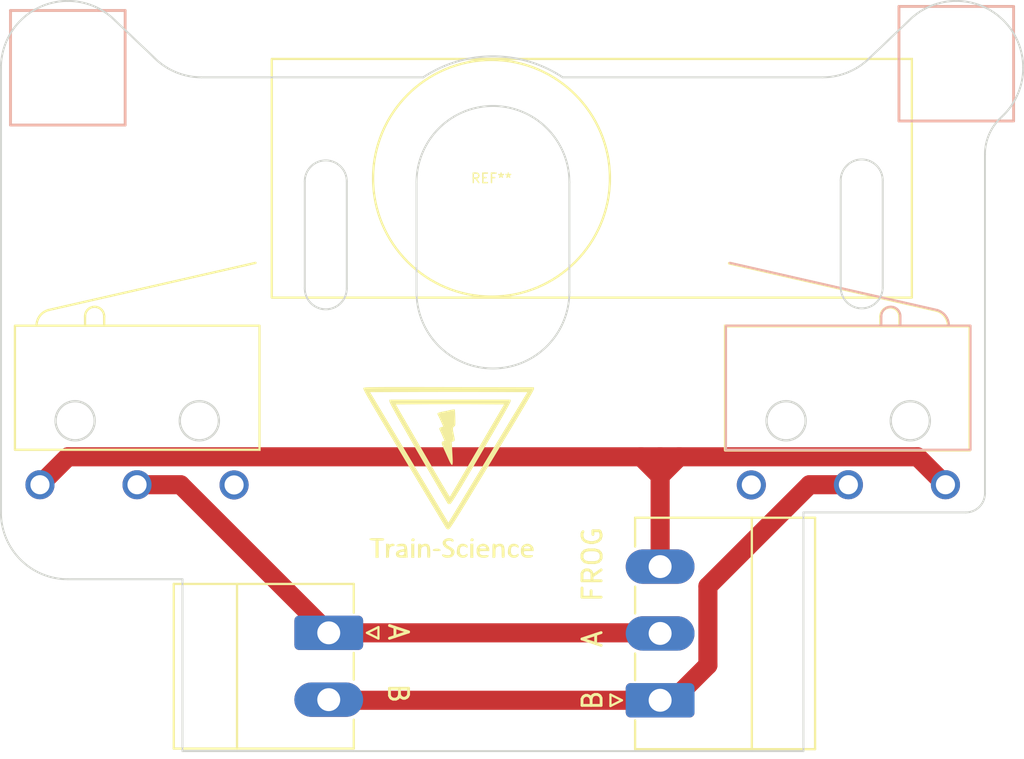
<source format=kicad_pcb>
(kicad_pcb (version 20221018) (generator pcbnew)
  (layers (0 "F.Cu" signal) (31 "B.Cu" signal) (34 "B.Paste" user) (35 "F.Paste" user) (36 "B.SilkS" user "B.Silkscreen") (37 "F.SilkS" user "F.Silkscreen") (38 "B.Mask" user) (39 "F.Mask" user) (44 "Edge.Cuts" user))
  (net 0 "")
  (net 1 "/B")
  (net 2 "/COM")
  (net 3 "/A")
  (footprint "Connector_Phoenix_MC:PhoenixContact_MC_1,5_3-G-3.5_1x03_P3.50mm_Horizontal" (layer "F.Cu") (at 136.5 99.338 90)
    (fp_text reference "J1" hide)
    (fp_text value "Screw_Terminal_01x03")
    (fp_line (start -2.56 -1.31) (end -2.56 8.11) (stroke (width 0.12)) (layer "F.SilkS"))
    (fp_line (start -2.56 -1.31) (end -1.05 -1.31) (stroke (width 0.12)) (layer "F.SilkS"))
    (fp_line (start -2.56 4.8) (end 9.56 4.8) (stroke (width 0.12)) (layer "F.SilkS"))
    (fp_line (start -2.56 8.11) (end 9.56 8.11) (stroke (width 0.12)) (layer "F.SilkS"))
    (fp_line (start -0.3 -2.6) (end 0.3 -2.6) (stroke (width 0.12)) (layer "F.SilkS"))
    (fp_line (start 0 -2) (end -0.3 -2.6) (stroke (width 0.12)) (layer "F.SilkS"))
    (fp_line (start 0.3 -2.6) (end 0 -2) (stroke (width 0.12)) (layer "F.SilkS"))
    (fp_line (start 1.05 -1.31) (end 2.45 -1.31) (stroke (width 0.12)) (layer "F.SilkS"))
    (fp_line (start 4.55 -1.31) (end 5.95 -1.31) (stroke (width 0.12)) (layer "F.SilkS"))
    (fp_line (start 9.56 -1.31) (end 8.05 -1.31) (stroke (width 0.12)) (layer "F.SilkS"))
    (fp_line (start 9.56 8.11) (end 9.56 -1.31) (stroke (width 0.12)) (layer "F.SilkS"))
    (pad "1" thru_hole roundrect (at 0 0 90) (size 1.8 3.6) (drill 1.2) (layers "*.Cu" "*.Mask") (roundrect_rratio 0.1388888889) (net 1 "/B"))
    (pad "2" thru_hole oval (at 3.5 0 90) (size 1.8 3.6) (drill 1.2) (layers "*.Cu" "*.Mask") (net 3 "/A"))
    (pad "3" thru_hole oval (at 7 0 90) (size 1.8 3.6) (drill 1.2) (layers "*.Cu" "*.Mask") (net 2 "/COM"))
  )
  (footprint "custom_kicad_lib_sk:mg90s" (layer "F.Cu") (at 127.674 72.5)
    (fp_text reference "REF**" (at 0 -0.5 unlocked) (layer "F.SilkS") (effects (font (size 0.5 0.5) (thickness 0.075))))
    (fp_text value "mg90s")
    (fp_rect (start 22 -6.75) (end -11.5 5.75) (stroke (width 0.12)) (fill none) (layer "F.SilkS"))
    (fp_circle (center 0 -0.5) (end 6.1 0.6) (stroke (width 0.12)) (fill none) (layer "F.SilkS"))
  )
  (footprint "MountingHole:MountingHole_3.2mm_M3" (layer "F.Cu") (at 152 66.213)
    (fp_text reference "REF**" hide)
    (fp_text value "MountingHole_3.2mm_M3")
    (pad "" np_thru_hole circle (at 0 0) (size 3.2 3.2) (drill 3.2) (layers "*.Cu" "*.Mask"))
  )
  (footprint "MountingHole:MountingHole_3.2mm_M3" (layer "F.Cu") (at 105.5 66.213)
    (fp_text reference "REF**" hide)
    (fp_text value "MountingHole_3.2mm_M3")
    (pad "" np_thru_hole circle (at 0 0) (size 3.2 3.2) (drill 3.2) (layers "F&B.Cu" "*.Mask"))
  )
  (footprint "custom_kicad_lib_sk:limitSwitch" (layer "F.Cu") (at 109.122 87.5)
    (fp_text reference "SW502" hide)
    (fp_text value "SW_SPDT" hide)
    (fp_line (start -2.720099 -8.269901) (end -2.72 -7.78) (stroke (width 0.12)) (layer "F.SilkS"))
    (fp_line (start -1.719901 -8.269901) (end -1.72 -7.78) (stroke (width 0.12)) (layer "F.SilkS"))
    (fp_line (start 6.2 -11.07) (end -4.647619 -8.596171) (stroke (width 0.12)) (layer "F.SilkS"))
    (fp_rect (start 6.41 -1.28) (end -6.39 -7.78) (stroke (width 0.12)) (fill none) (layer "F.SilkS"))
    (fp_arc (start -5.259999 -7.79) (mid -5.086909 -8.294191) (end -4.647619 -8.596171) (stroke (width 0.12)) (layer "F.SilkS"))
    (fp_arc (start -2.720099 -8.269901) (mid -2.22 -8.77) (end -1.719901 -8.269901) (stroke (width 0.12)) (layer "F.SilkS"))
    (fp_circle (center -3.24 -2.8) (end -2.215 -2.8) (stroke (width 0.12)) (fill none) (layer "Edge.Cuts"))
    (fp_circle (center 3.26 -2.8) (end 4.285 -2.8) (stroke (width 0.12)) (fill none) (layer "Edge.Cuts"))
    (pad "1" thru_hole circle (at 5.08 0.56) (size 1.524 1.524) (drill 1) (layers "*.Cu" "*.Mask"))
    (pad "2" thru_hole circle (at -5.08 0.55) (size 1.524 1.524) (drill 1) (layers "*.Cu" "*.Mask") (net 2 "/COM"))
    (pad "3" thru_hole circle (at 0 0.55) (size 1.524 1.524) (drill 1) (layers "*.Cu" "*.Mask") (net 3 "/A"))
  )
  (footprint "Connector_Phoenix_MC:PhoenixContact_MC_1,5_2-G-3.5_1x02_P3.50mm_Horizontal" (layer "F.Cu") (at 119.156 95.806 -90)
    (fp_text reference "J2" hide)
    (fp_text value "Screw_Terminal_01x02")
    (fp_line (start -2.56 -1.31) (end -2.56 8.11) (stroke (width 0.12)) (layer "F.SilkS"))
    (fp_line (start -2.56 -1.31) (end -1.05 -1.31) (stroke (width 0.12)) (layer "F.SilkS"))
    (fp_line (start -2.56 4.8) (end 6.06 4.8) (stroke (width 0.12)) (layer "F.SilkS"))
    (fp_line (start -2.56 8.11) (end 6.06 8.11) (stroke (width 0.12)) (layer "F.SilkS"))
    (fp_line (start -0.3 -2.6) (end 0.3 -2.6) (stroke (width 0.12)) (layer "F.SilkS"))
    (fp_line (start 0 -2) (end -0.3 -2.6) (stroke (width 0.12)) (layer "F.SilkS"))
    (fp_line (start 0.3 -2.6) (end 0 -2) (stroke (width 0.12)) (layer "F.SilkS"))
    (fp_line (start 1.05 -1.31) (end 2.45 -1.31) (stroke (width 0.12)) (layer "F.SilkS"))
    (fp_line (start 6.06 -1.31) (end 4.55 -1.31) (stroke (width 0.12)) (layer "F.SilkS"))
    (fp_line (start 6.06 8.11) (end 6.06 -1.31) (stroke (width 0.12)) (layer "F.SilkS"))
    (pad "1" thru_hole roundrect (at 0 0 270) (size 1.8 3.6) (drill 1.2) (layers "*.Cu" "*.Mask") (roundrect_rratio 0.1388888889) (net 3 "/A"))
    (pad "2" thru_hole oval (at 3.5 0 270) (size 1.8 3.6) (drill 1.2) (layers "*.Cu" "*.Mask") (net 1 "/B"))
  )
  (footprint "custom_kicad_lib_sk:Train-Science logo small" (layer "F.Cu") (at 125.5 87.5)
    (fp_text reference "G***" hide)
    (fp_text value "LOGO" hide)
    (fp_poly (pts (xy -1.867174 4.3782) (xy -2.028137 4.3782) (xy -2.028137 3.637769) (xy -1.867174 3.637769)) (fill solid) (layer "F.SilkS"))
    (fp_poly (pts (xy 1.223321 4.3782) (xy 1.062357 4.3782) (xy 1.062357 3.637769) (xy 1.223321 3.637769)) (fill solid) (layer "F.SilkS"))
    (fp_poly (pts (xy -1.879051 3.365565) (xy -1.85507 3.397528) (xy -1.848957 3.467248) (xy -1.897497 3.5033) (xy -1.951794 3.508999) (xy -2.01104 3.497959) (xy -2.024208 3.453786) (xy -2.022328 3.436565) (xy -1.991057 3.378361) (xy -1.934811 3.352714)) (fill solid) (layer "F.SilkS"))
    (fp_poly (pts (xy 1.211443 3.365565) (xy 1.235424 3.397528) (xy 1.241537 3.467248) (xy 1.192998 3.5033) (xy 1.1387 3.508999) (xy 1.079454 3.497959) (xy 1.066286 3.453786) (xy 1.068167 3.436565) (xy 1.099438 3.378361) (xy 1.155683 3.352714)) (fill solid) (layer "F.SilkS"))
    (fp_poly (pts (xy -0.612737 3.9006) (xy -0.533283 3.922266) (xy -0.490713 3.961014) (xy -0.488845 3.967744) (xy -0.490951 3.998166) (xy -0.520453 4.01526) (xy -0.590351 4.022672) (xy -0.689781 4.024081) (xy -0.808268 4.020841) (xy -0.874379 4.009353) (xy -0.899883 3.986965) (xy -0.901394 3.976406) (xy -0.873403 3.933919) (xy -0.802697 3.906845) (xy -0.709175 3.895599)) (fill solid) (layer "F.SilkS"))
    (fp_poly (pts (xy -3.669632 3.34866) (xy -3.559722 3.351709) (xy -3.492918 3.358945) (xy -3.458582 3.372129) (xy -3.446076 3.393024) (xy -3.444613 3.412421) (xy -3.454092 3.452657) (xy -3.493451 3.471683) (xy -3.579073 3.476782) (xy -3.58948 3.476806) (xy -3.734347 3.476806) (xy -3.734347 4.3782) (xy -3.89531 4.3782) (xy -3.89531 3.480334) (xy -4.047936 3.470522) (xy -4.148526 3.457408) (xy -4.198923 3.431105) (xy -4.21126 3.404373) (xy -4.210399 3.380588) (xy -4.190335 3.364589) (xy -4.140901 3.354863) (xy -4.051928 3.349892) (xy -3.91325 3.348161) (xy -3.833286 3.348036)) (fill solid) (layer "F.SilkS"))
    (fp_poly (pts (xy -3.20706 3.649174) (xy -3.187072 3.671095) (xy -3.167366 3.687977) (xy -3.124803 3.671095) (xy -3.032476 3.639196) (xy -2.952967 3.641074) (xy -2.904379 3.674259) (xy -2.897338 3.702155) (xy -2.912873 3.749633) (xy -2.970283 3.766013) (xy -2.992091 3.76654) (xy -3.08017 3.784752) (xy -3.139695 3.843818) (xy -3.1741 3.950385) (xy -3.18682 4.1111) (xy -3.187072 4.143919) (xy -3.188151 4.264488) (xy -3.194538 4.33444) (xy -3.210963 4.367539) (xy -3.242154 4.377549) (xy -3.267554 4.3782) (xy -3.348035 4.3782) (xy -3.348035 3.637769) (xy -3.267554 3.637769)) (fill solid) (layer "F.SilkS"))
    (fp_poly (pts (xy 3.456146 3.654371) (xy 3.543105 3.697368) (xy 3.592791 3.756548) (xy 3.594178 3.814197) (xy 3.572895 3.852981) (xy 3.542199 3.843557) (xy 3.513841 3.819211) (xy 3.424501 3.7745) (xy 3.322943 3.773442) (xy 3.238538 3.81626) (xy 3.237661 3.817129) (xy 3.201357 3.890078) (xy 3.187495 3.994878) (xy 3.196074 4.103032) (xy 3.227095 4.186043) (xy 3.237661 4.198841) (xy 3.321639 4.242246) (xy 3.423161 4.241772) (xy 3.512857 4.197642) (xy 3.513841 4.196759) (xy 3.559116 4.162129) (xy 3.582547 4.174932) (xy 3.594178 4.201773) (xy 3.589623 4.267108) (xy 3.534669 4.324764) (xy 3.443265 4.364981) (xy 3.341993 4.3782) (xy 3.23693 4.364144) (xy 3.150524 4.312169) (xy 3.116435 4.280323) (xy 3.06227 4.220957) (xy 3.03476 4.166703) (xy 3.027277 4.094215) (xy 3.032787 3.985733) (xy 3.063239 3.823108) (xy 3.128926 3.713042) (xy 3.232557 3.652527) (xy 3.346264 3.637769)) (fill solid) (layer "F.SilkS"))
    (fp_poly (pts (xy 0.784156 3.654371) (xy 0.871115 3.697368) (xy 0.920801 3.756548) (xy 0.922188 3.814197) (xy 0.900905 3.852981) (xy 0.870209 3.843557) (xy 0.841851 3.819211) (xy 0.752511 3.7745) (xy 0.650954 3.773442) (xy 0.566548 3.81626) (xy 0.565671 3.817129) (xy 0.529974 3.888454) (xy 0.515171 3.998249) (xy 0.515082 4.007985) (xy 0.527932 4.119813) (xy 0.562192 4.195116) (xy 0.565671 4.198841) (xy 0.649649 4.242246) (xy 0.751171 4.241772) (xy 0.840868 4.197642) (xy 0.841851 4.196759) (xy 0.887126 4.162129) (xy 0.910558 4.174932) (xy 0.922188 4.201773) (xy 0.917633 4.267108) (xy 0.862679 4.324764) (xy 0.771275 4.364981) (xy 0.670003 4.3782) (xy 0.56494 4.364144) (xy 0.478534 4.312169) (xy 0.444446 4.280323) (xy 0.39028 4.220957) (xy 0.36277 4.166703) (xy 0.355287 4.094215) (xy 0.360798 3.985733) (xy 0.391249 3.823108) (xy 0.456936 3.713042) (xy 0.560567 3.652527) (xy 0.674274 3.637769)) (fill solid) (layer "F.SilkS"))
    (fp_poly (pts (xy -2.40532 3.645768) (xy -2.326525 3.67613) (xy -2.275297 3.738404) (xy -2.245189 3.842138) (xy -2.22975 3.996881) (xy -2.226439 4.069661) (xy -2.215488 4.366149) (xy -2.45432 4.371021) (xy -2.611055 4.367821) (xy -2.715337 4.349617) (xy -2.763052 4.326932) (xy -2.817997 4.253657) (xy -2.8318 4.157537) (xy -2.826579 4.141434) (xy -2.663371 4.141434) (xy -2.661178 4.198977) (xy -2.617211 4.235887) (xy -2.541587 4.248708) (xy -2.462907 4.236034) (xy -2.420887 4.210799) (xy -2.387663 4.147033) (xy -2.382256 4.110009) (xy -2.391113 4.070273) (xy -2.429399 4.05887) (xy -2.5002 4.066989) (xy -2.611613 4.096669) (xy -2.663371 4.141434) (xy -2.826579 4.141434) (xy -2.80241 4.066887) (xy -2.783578 4.04369) (xy -2.714915 4.000608) (xy -2.611053 3.960717) (xy -2.500848 3.933723) (xy -2.438593 3.927683) (xy -2.39073 3.905832) (xy -2.389171 3.848663) (xy -2.411779 3.801951) (xy -2.44845 3.775964) (xy -2.522247 3.768689) (xy -2.620538 3.77548) (xy -2.726931 3.782973) (xy -2.782746 3.776184) (xy -2.800575 3.753278) (xy -2.80076 3.74925) (xy -2.770723 3.693209) (xy -2.685633 3.655257) (xy -2.553023 3.638364) (xy -2.518132 3.637769)) (fill solid) (layer "F.SilkS"))
    (fp_poly (pts (xy 0.08045 3.363771) (xy 0.163476 3.40824) (xy 0.193154 3.477335) (xy 0.193156 3.477939) (xy 0.170182 3.528914) (xy 0.121334 3.539789) (xy 0.080482 3.508999) (xy 0.032611 3.483439) (xy -0.047363 3.477888) (xy -0.130866 3.490818) (xy -0.189325 3.520703) (xy -0.191874 3.52355) (xy -0.21804 3.596183) (xy -0.180966 3.673245) (xy -0.081544 3.753443) (xy -0.004028 3.796699) (xy 0.136108 3.882305) (xy 0.216714 3.971193) (xy 0.24249 4.071135) (xy 0.223825 4.173564) (xy 0.164082 4.275535) (xy 0.095495 4.330471) (xy -0.018443 4.366535) (xy -0.150995 4.376193) (xy -0.274362 4.359597) (xy -0.346956 4.328086) (xy -0.40363 4.272052) (xy -0.419312 4.22251) (xy -0.394108 4.195068) (xy -0.346071 4.199064) (xy -0.197064 4.233359) (xy -0.075009 4.242002) (xy 0.005829 4.224264) (xy 0.015788 4.217493) (xy 0.061853 4.14537) (xy 0.055341 4.062595) (xy 0.002818 3.983964) (xy -0.089151 3.924271) (xy -0.119083 3.913566) (xy -0.188092 3.877866) (xy -0.269912 3.816568) (xy -0.288095 3.800264) (xy -0.365715 3.694707) (xy -0.385703 3.587357) (xy -0.353625 3.488715) (xy -0.27505 3.409279) (xy -0.155545 3.359551) (xy -0.048289 3.348036)) (fill solid) (layer "F.SilkS"))
    (fp_poly (pts (xy -1.179743 3.652213) (xy -1.106639 3.700519) (xy -1.060135 3.79015) (xy -1.036075 3.928568) (xy -1.030165 4.092808) (xy -1.03083 4.228722) (xy -1.035174 4.312734) (xy -1.046716 4.357328) (xy -1.068976 4.374987) (xy -1.105476 4.378194) (xy -1.110646 4.3782) (xy -1.150723 4.375415) (xy -1.174641 4.358257) (xy -1.186568 4.313522) (xy -1.190674 4.228007) (xy -1.191128 4.123292) (xy -1.193501 3.995739) (xy -1.199781 3.889366) (xy -1.208712 3.82384) (xy -1.210669 3.817462) (xy -1.256725 3.775444) (xy -1.33462 3.771399) (xy -1.424149 3.805399) (xy -1.441506 3.816654) (xy -1.477783 3.84892) (xy -1.499291 3.893461) (xy -1.50977 3.966262) (xy -1.512958 4.083304) (xy -1.513054 4.122485) (xy -1.513927 4.249664) (xy -1.519311 4.325642) (xy -1.533355 4.363601) (xy -1.560209 4.376724) (xy -1.593536 4.3782) (xy -1.674018 4.3782) (xy -1.674018 4.007985) (xy -1.67363 3.849262) (xy -1.670933 3.743962) (xy -1.663621 3.681124) (xy -1.649392 3.649787) (xy -1.625943 3.638988) (xy -1.596219 3.637769) (xy -1.53075 3.652507) (xy -1.503665 3.67801) (xy -1.482168 3.702107) (xy -1.446255 3.67801) (xy -1.387205 3.651219) (xy -1.298048 3.63805) (xy -1.283604 3.637769)) (fill solid) (layer "F.SilkS"))
    (fp_poly (pts (xy 1.874086 3.665419) (xy 1.97554 3.737669) (xy 2.042702 3.838471) (xy 2.06033 3.925027) (xy 2.06033 4.024081) (xy 1.802788 4.024081) (xy 1.674253 4.025517) (xy 1.597198 4.031892) (xy 1.558746 4.046313) (xy 1.54602 4.071882) (xy 1.545247 4.086167) (xy 1.568914 4.17496) (xy 1.641552 4.227168) (xy 1.76562 4.244072) (xy 1.841189 4.240295) (xy 1.949653 4.233706) (xy 2.007504 4.2403) (xy 2.027535 4.262067) (xy 2.028137 4.269376) (xy 1.999657 4.321331) (xy 1.925454 4.357024) (xy 1.822384 4.375338) (xy 1.707304 4.375154) (xy 1.597069 4.355354) (xy 1.508536 4.31482) (xy 1.495586 4.304705) (xy 1.430456 4.223779) (xy 1.397139 4.110586) (xy 1.393087 4.07989) (xy 1.397067 3.908) (xy 1.412373 3.869557) (xy 1.545247 3.869557) (xy 1.574363 3.883662) (xy 1.649466 3.893017) (xy 1.722307 3.895311) (xy 1.819283 3.891076) (xy 1.883595 3.880152) (xy 1.899366 3.869557) (xy 1.87055 3.814477) (xy 1.797044 3.776712) (xy 1.722307 3.76654) (xy 1.627639 3.783306) (xy 1.562731 3.826073) (xy 1.545247 3.869557) (xy 1.412373 3.869557) (xy 1.449928 3.775233) (xy 1.548716 3.685192) (xy 1.690478 3.641482) (xy 1.755377 3.637769)) (fill solid) (layer "F.SilkS"))
    (fp_poly (pts (xy 2.715567 3.652213) (xy 2.788671 3.700519) (xy 2.835175 3.79015) (xy 2.859236 3.928568) (xy 2.865146 4.092808) (xy 2.86448 4.228722) (xy 2.860137 4.312734) (xy 2.848595 4.357328) (xy 2.826334 4.374987) (xy 2.789834 4.378194) (xy 2.784664 4.3782) (xy 2.744587 4.375415) (xy 2.72067 4.358257) (xy 2.708742 4.313522) (xy 2.704637 4.228007) (xy 2.704183 4.123292) (xy 2.70181 3.995739) (xy 2.69553 3.889366) (xy 2.686599 3.82384) (xy 2.684642 3.817462) (xy 2.638586 3.775444) (xy 2.56069 3.771399) (xy 2.471162 3.805399) (xy 2.453804 3.816654) (xy 2.417528 3.84892) (xy 2.396019 3.893461) (xy 2.385541 3.966262) (xy 2.382352 4.083304) (xy 2.382256 4.122485) (xy 2.381383 4.249664) (xy 2.375999 4.325642) (xy 2.361955 4.363601) (xy 2.335101 4.376724) (xy 2.301774 4.3782) (xy 2.221293 4.3782) (xy 2.221293 4.007985) (xy 2.22168 3.849262) (xy 2.224378 3.743962) (xy 2.231689 3.681124) (xy 2.245918 3.649787) (xy 2.269368 3.638988) (xy 2.299092 3.637769) (xy 2.364561 3.652507) (xy 2.391646 3.67801) (xy 2.413142 3.702107) (xy 2.449056 3.67801) (xy 2.508105 3.651219) (xy 2.597263 3.63805) (xy 2.611707 3.637769)) (fill solid) (layer "F.SilkS"))
    (fp_poly (pts (xy 4.191957 3.665419) (xy 4.293411 3.737669) (xy 4.360573 3.838471) (xy 4.3782 3.925027) (xy 4.3782 4.024081) (xy 4.120659 4.024081) (xy 3.992123 4.025517) (xy 3.915069 4.031892) (xy 3.876617 4.046313) (xy 3.86389 4.071882) (xy 3.863118 4.086167) (xy 3.886785 4.17496) (xy 3.959423 4.227168) (xy 4.083491 4.244072) (xy 4.15906 4.240295) (xy 4.267524 4.233706) (xy 4.325375 4.2403) (xy 4.345405 4.262067) (xy 4.346008 4.269376) (xy 4.317527 4.321331) (xy 4.243324 4.357024) (xy 4.140255 4.375338) (xy 4.025174 4.375154) (xy 3.91494 4.355354) (xy 3.826407 4.31482) (xy 3.813457 4.304705) (xy 3.748327 4.223779) (xy 3.71501 4.110586) (xy 3.710957 4.07989) (xy 3.714938 3.908) (xy 3.730244 3.869557) (xy 3.863118 3.869557) (xy 3.892233 3.883662) (xy 3.967337 3.893017) (xy 4.040178 3.895311) (xy 4.137154 3.891076) (xy 4.201466 3.880152) (xy 4.217237 3.869557) (xy 4.188421 3.814477) (xy 4.114915 3.776712) (xy 4.040178 3.76654) (xy 3.945509 3.783306) (xy 3.880602 3.826073) (xy 3.863118 3.869557) (xy 3.730244 3.869557) (xy 3.767799 3.775233) (xy 3.866587 3.685192) (xy 4.008349 3.641482) (xy 4.073248 3.637769)) (fill solid) (layer "F.SilkS"))
    (fp_poly (pts (xy 0.250482 -3.398018) (xy 0.258312 -3.360431) (xy 0.266207 -3.271171) (xy 0.273323 -3.142944) (xy 0.278815 -2.988455) (xy 0.279494 -2.961822) (xy 0.283147 -2.79102) (xy 0.28333 -2.672993) (xy 0.27842 -2.596159) (xy 0.266793 -2.548934) (xy 0.246824 -2.519735) (xy 0.216889 -2.496979) (xy 0.214047 -2.495112) (xy 0.177374 -2.463714) (xy 0.157846 -2.420729) (xy 0.155167 -2.353836) (xy 0.169042 -2.250716) (xy 0.199173 -2.099046) (xy 0.20399 -2.076426) (xy 0.234196 -1.927607) (xy 0.248081 -1.829473) (xy 0.244797 -1.770209) (xy 0.223496 -1.738003) (xy 0.183328 -1.721039) (xy 0.178383 -1.719762) (xy 0.093995 -1.698582) (xy 0.113104 -1.340229) (xy 0.122361 -1.168329) (xy 0.13182 -0.9955) (xy 0.140114 -0.846597) (xy 0.144094 -0.776804) (xy 0.147732 -0.616402) (xy 0.136399 -0.518612) (xy 0.110043 -0.48341) (xy 0.068612 -0.510774) (xy 0.012053 -0.600683) (xy -0.036281 -0.70019) (xy -0.094889 -0.829583) (xy -0.151819 -0.955614) (xy -0.192615 -1.046261) (xy -0.235959 -1.142058) (xy -0.293724 -1.268625) (xy -0.352412 -1.396402) (xy -0.410483 -1.535855) (xy -0.432862 -1.630868) (xy -0.419591 -1.690556) (xy -0.370712 -1.724039) (xy -0.353957 -1.729118) (xy -0.302087 -1.746117) (xy -0.289734 -1.754248) (xy -0.301976 -1.787815) (xy -0.333966 -1.863803) (xy -0.378601 -1.966115) (xy -0.428778 -2.078653) (xy -0.477393 -2.185319) (xy -0.517132 -2.269582) (xy -0.553917 -2.350924) (xy -0.561542 -2.396199) (xy -0.540994 -2.426228) (xy -0.525165 -2.438593) (xy -0.452176 -2.472508) (xy -0.412351 -2.478834) (xy -0.36338 -2.484926) (xy -0.354119 -2.492061) (xy -0.366789 -2.526986) (xy -0.400137 -2.60474) (xy -0.447168 -2.710013) (xy -0.500888 -2.827498) (xy -0.554304 -2.941887) (xy -0.600421 -3.037873) (xy -0.630486 -3.096942) (xy -0.659596 -3.160107) (xy -0.65177 -3.193594) (xy -0.620583 -3.213855) (xy -0.53333 -3.246777) (xy -0.395236 -3.27925) (xy -0.273637 -3.301207) (xy -0.190498 -3.31751) (xy -0.07335 -3.34338) (xy 0.027233 -3.367139) (xy 0.134416 -3.389945) (xy 0.215087 -3.40089)) (fill solid) (layer "F.SilkS"))
    (fp_poly (pts (xy 3.179239 -3.830925) (xy 3.169077 -3.796052) (xy 3.134748 -3.721875) (xy 3.075339 -3.60678) (xy 2.989941 -3.449155) (xy 2.877641 -3.24739) (xy 2.737526 -2.999872) (xy 2.568687 -2.704989) (xy 2.370211 -2.361128) (xy 2.141187 -1.966679) (xy 1.880703 -1.52003) (xy 1.631778 -1.09455) (xy 1.368647 -0.645596) (xy 1.135907 -0.249143) (xy 0.93161 0.097982) (xy 0.753807 0.398953) (xy 0.60055 0.656942) (xy 0.469891 0.875124) (xy 0.359881 1.05667) (xy 0.268572 1.204755) (xy 0.194014 1.322552) (xy 0.134261 1.413233) (xy 0.087362 1.479973) (xy 0.051371 1.525943) (xy 0.024337 1.554318) (xy 0.004314 1.568271) (xy -0.004969 1.571019) (xy -0.078828 1.563333) (xy -0.118283 1.538827) (xy -0.138767 1.505458) (xy -0.189191 1.420294) (xy -0.267262 1.287274) (xy -0.370688 1.110339) (xy -0.497173 0.893428) (xy -0.644426 0.640482) (xy -0.810153 0.355441) (xy -0.99206 0.042244) (xy -1.187855 -0.295169) (xy -1.395243 -0.652857) (xy -1.611932 -1.02688) (xy -1.660439 -1.110646) (xy -1.943382 -1.600038) (xy -2.194371 -2.035755) (xy -2.414343 -2.419476) (xy -2.604234 -2.752877) (xy -2.764981 -3.037634) (xy -2.89752 -3.275425) (xy -3.002787 -3.467927) (xy -3.081719 -3.616816) (xy -3.100264 -3.653866) (xy -2.831057 -3.653866) (xy -1.427803 -1.229825) (xy -1.217976 -0.867944) (xy -1.017222 -0.522838) (xy -0.827885 -0.198474) (xy -0.652308 0.101185) (xy -0.492836 0.372174) (xy -0.351814 0.61053) (xy -0.231586 0.812287) (xy -0.134496 0.973481) (xy -0.062889 1.090149) (xy -0.019109 1.158326) (xy -0.005551 1.175218) (xy 0.013203 1.145197) (xy 0.062076 1.063637) (xy 0.138687 0.934577) (xy 0.240658 0.762061) (xy 0.365609 0.55013) (xy 0.511161 0.302826) (xy 0.674935 0.02419) (xy 0.854552 -0.281735) (xy 1.047632 -0.610908) (xy 1.251797 -0.959287) (xy 1.421346 -1.248823) (xy 2.829247 -3.653866) (xy 1.414623 -3.662249) (xy 1.04211 -3.663984) (xy 0.624153 -3.665121) (xy 0.179691 -3.665659) (xy -0.272337 -3.665598) (xy -0.712992 -3.664938) (xy -1.123334 -3.663678) (xy -1.415529 -3.662249) (xy -2.831057 -3.653866) (xy -3.100264 -3.653866) (xy -3.135253 -3.723769) (xy -3.164325 -3.790463) (xy -3.17064 -3.814829) (xy -3.170976 -3.911407) (xy 3.170976 -3.911407)) (fill solid) (layer "F.SilkS"))
    (fp_poly (pts (xy -2.177236 -4.566716) (xy -1.724771 -4.566214) (xy -1.217326 -4.565463) (xy -0.651718 -4.564501) (xy -0.055144 -4.563421) (xy 4.394297 -4.55526) (xy 4.402412 -4.474778) (xy 4.392766 -4.444092) (xy 4.360546 -4.377472) (xy 4.304831 -4.273357) (xy 4.224701 -4.130187) (xy 4.119236 -3.9464) (xy 3.987517 -3.720436) (xy 3.828623 -3.450735) (xy 3.641634 -3.135735) (xy 3.425631 -2.773875) (xy 3.179692 -2.363596) (xy 2.902899 -1.903335) (xy 2.594331 -1.391532) (xy 2.253068 -0.826627) (xy 2.210681 -0.756527) (xy 1.892208 -0.230049) (xy 1.605234 0.243951) (xy 1.348069 0.66817) (xy 1.119028 1.045302) (xy 0.916421 1.378044) (xy 0.738561 1.669091) (xy 0.583761 1.921141) (xy 0.450332 2.136888) (xy 0.336586 2.319029) (xy 0.240836 2.470259) (xy 0.161394 2.593274) (xy 0.096573 2.690771) (xy 0.044683 2.765444) (xy 0.004038 2.819991) (xy -0.02705 2.857107) (xy -0.05027 2.879488) (xy -0.067308 2.88983) (xy -0.073048 2.891234) (xy -0.156237 2.877194) (xy -0.204854 2.826849) (xy -0.227047 2.790521) (xy -0.280348 2.702298) (xy -0.362758 2.565508) (xy -0.47228 2.383476) (xy -0.606914 2.159531) (xy -0.764662 1.897) (xy -0.943527 1.599208) (xy -1.141509 1.269484) (xy -1.356611 0.911155) (xy -1.586834 0.527547) (xy -1.830181 0.121988) (xy -2.084652 -0.302196) (xy -2.348249 -0.741676) (xy -2.411808 -0.847656) (xy -2.72913 -1.377004) (xy -3.014693 -1.853894) (xy -3.270035 -2.280976) (xy -3.496692 -2.660897) (xy -3.696204 -2.996307) (xy -3.870107 -3.289854) (xy -4.01994 -3.544188) (xy -4.147239 -3.761957) (xy -4.253544 -3.94581) (xy -4.340391 -4.098397) (xy -4.409319 -4.222366) (xy -4.449721 -4.297718) (xy -4.178624 -4.297718) (xy -0.08088 2.532058) (xy 0.192957 2.079549) (xy 0.247331 1.989669) (xy 0.332405 1.84901) (xy 0.445566 1.661887) (xy 0.584205 1.43262) (xy 0.74571 1.165527) (xy 0.92747 0.864926) (xy 1.126875 0.535135) (xy 1.341313 0.180472) (xy 1.568173 -0.194744) (xy 1.804844 -0.586196) (xy 2.048716 -0.989564) (xy 2.257763 -1.33534) (xy 4.048733 -4.297718) (xy 1.992174 -4.306003) (xy 1.548356 -4.307468) (xy 1.05587 -4.308526) (xy 0.530432 -4.309176) (xy -0.012241 -4.309419) (xy -0.556433 -4.309254) (xy -1.086428 -4.308682) (xy -1.58651 -4.307702) (xy -2.040962 -4.306315) (xy -2.121505 -4.306003) (xy -4.178624 -4.297718) (xy -4.449721 -4.297718) (xy -4.461864 -4.320365) (xy -4.499566 -4.395045) (xy -4.523961 -4.449053) (xy -4.536588 -4.485039) (xy -4.538984 -4.505651) (xy -4.537712 -4.509683) (xy -4.531875 -4.518362) (xy -4.522005 -4.526181) (xy -4.504918 -4.533179) (xy -4.47743 -4.539392) (xy -4.436357 -4.54486) (xy -4.378514 -4.549621) (xy -4.300717 -4.553712) (xy -4.199782 -4.557172) (xy -4.072525 -4.560039) (xy -3.915762 -4.562352) (xy -3.726308 -4.564148) (xy -3.50098 -4.565466) (xy -3.236592 -4.566343) (xy -2.929962 -4.566818) (xy -2.577905 -4.56693)) (fill solid) (layer "F.SilkS"))
  )
  (footprint "custom_kicad_lib_sk:limitSwitch" (layer "B.Cu") (at 146.353 87.5 180)
    (fp_text reference "SW501" hide)
    (fp_text value "SW_SPDT" hide)
    (fp_line (start -2.720099 8.269901) (end -2.72 7.78) (stroke (width 0.12)) (layer "B.SilkS"))
    (fp_line (start -1.719901 8.269901) (end -1.72 7.78) (stroke (width 0.12)) (layer "B.SilkS"))
    (fp_line (start 6.2 11.07) (end -4.647619 8.596171) (stroke (width 0.12)) (layer "B.SilkS"))
    (fp_rect (start 6.41 1.28) (end -6.39 7.78) (stroke (width 0.12)) (fill none) (layer "B.SilkS"))
    (fp_arc (start -4.647619 8.596171) (mid -5.086909 8.294191) (end -5.259999 7.79) (stroke (width 0.12)) (layer "B.SilkS"))
    (fp_arc (start -1.719901 8.269901) (mid -2.22 8.77) (end -2.720099 8.269901) (stroke (width 0.12)) (layer "B.SilkS"))
    (fp_circle (center -3.24 2.8) (end -2.215 2.8) (stroke (width 0.12)) (fill none) (layer "Edge.Cuts"))
    (fp_circle (center 3.26 2.8) (end 4.285 2.8) (stroke (width 0.12)) (fill none) (layer "Edge.Cuts"))
    (pad "1" thru_hole circle (at 5.08 -0.56 180) (size 1.524 1.524) (drill 1) (layers "*.Cu" "*.Mask"))
    (pad "2" thru_hole circle (at -5.08 -0.55 180) (size 1.524 1.524) (drill 1) (layers "*.Cu" "*.Mask") (net 2 "/COM"))
    (pad "3" thru_hole circle (at 0 -0.55 180) (size 1.524 1.524) (drill 1) (layers "*.Cu" "*.Mask") (net 1 "/B"))
  )
  (gr_rect (start 108.5 63.213) (end 108.5 69.213) (stroke (width 0.15)) (fill none) (layer "B.SilkS"))
  (gr_rect (start 149 69) (end 155 69) (stroke (width 0.15)) (fill none) (layer "B.SilkS"))
  (gr_rect (start 155 63) (end 155 69) (stroke (width 0.15)) (fill none) (layer "B.SilkS"))
  (gr_rect (start 102.5 63.213) (end 108.5 63.213) (stroke (width 0.15)) (fill none) (layer "B.SilkS"))
  (gr_rect (start 149 63) (end 155 63) (stroke (width 0.15)) (fill none) (layer "B.SilkS"))
  (gr_rect (start 102.5 69.213) (end 108.5 69.213) (stroke (width 0.15)) (fill none) (layer "B.SilkS"))
  (gr_rect (start 149 63) (end 149 69) (stroke (width 0.15)) (fill none) (layer "B.SilkS"))
  (gr_rect (start 102.5 63.213) (end 102.5 69.213) (stroke (width 0.15)) (fill none) (layer "B.SilkS"))
  (gr_line (start 149.040099 79.250099) (end 149.04 79.74) (stroke (width 0.15)) (layer "F.SilkS"))
  (gr_rect (start 139.91 79.74) (end 152.71 86.24) (stroke (width 0.15)) (fill none) (layer "F.SilkS"))
  (gr_arc (start 148.039901 79.250099) (mid 148.54 78.75) (end 149.040099 79.250099) (stroke (width 0.15)) (layer "F.SilkS"))
  (gr_arc (start 150.967619 78.92383) (mid 151.406908 79.22581) (end 151.579998 79.73) (stroke (width 0.15)) (layer "F.SilkS"))
  (gr_line (start 148.039901 79.250099) (end 148.04 79.74) (stroke (width 0.15)) (layer "F.SilkS"))
  (gr_line (start 150.967619 78.923829) (end 140.12 76.45) (stroke (width 0.15)) (layer "F.SilkS"))
  (gr_line (start 105.5 93) (end 111.5 93) (stroke (width 0.1)) (layer "Edge.Cuts"))
  (gr_arc (start 105.5 93) (mid 103.025126 91.974874) (end 102 89.5) (stroke (width 0.1)) (layer "Edge.Cuts"))
  (gr_line (start 144 89.5) (end 152.5 89.5) (stroke (width 0.1)) (layer "Edge.Cuts"))
  (gr_arc (start 145.95 72.113) (mid 147.05 71.013) (end 148.15 72.113) (stroke (width 0.1)) (layer "Edge.Cuts"))
  (gr_arc (start 152 62.713) (mid 154.474874 63.738126) (end 155.5 66.213) (stroke (width 0.1)) (layer "Edge.Cuts"))
  (gr_line (start 153.5 70.75) (end 153.5 88.5) (stroke (width 0.1)) (layer "Edge.Cuts"))
  (gr_line (start 120.1 72.163) (end 120.1 77.763) (stroke (width 0.1)) (layer "Edge.Cuts"))
  (gr_line (start 117.9 77.763) (end 117.9 72.163) (stroke (width 0.1)) (layer "Edge.Cuts"))
  (gr_arc (start 117.9 72.163) (mid 119 71.063) (end 120.1 72.163) (stroke (width 0.1)) (layer "Edge.Cuts"))
  (gr_line (start 112.5 66.713) (end 124.1 66.713001) (stroke (width 0.1)) (layer "Edge.Cuts"))
  (gr_line (start 144 102) (end 111.5 102) (stroke (width 0.1)) (layer "Edge.Cuts"))
  (gr_line (start 111.5 93) (end 111.5 102) (stroke (width 0.1)) (layer "Edge.Cuts"))
  (gr_line (start 154.271281 68.887963) (end 154.474874 68.687874) (stroke (width 0.1)) (layer "Edge.Cuts"))
  (gr_arc (start 149.525126 63.738126) (mid 150.660608 62.979421) (end 152 62.713) (stroke (width 0.1)) (layer "Edge.Cuts"))
  (gr_arc (start 124.1 66.713001) (mid 127.75 65.612054) (end 131.4 66.713001) (stroke (width 0.1)) (layer "Edge.Cuts"))
  (gr_arc (start 155.5 66.213) (mid 155.233579 67.552392) (end 154.474874 68.687874) (stroke (width 0.1)) (layer "Edge.Cuts"))
  (gr_line (start 144 102) (end 144 89.5) (stroke (width 0.1)) (layer "Edge.Cuts"))
  (gr_arc (start 147.474874 65.687874) (mid 146.339392 66.446579) (end 145 66.713) (stroke (width 0.1)) (layer "Edge.Cuts"))
  (gr_arc (start 120.1 77.763) (mid 119 78.863) (end 117.9 77.763) (stroke (width 0.1)) (layer "Edge.Cuts"))
  (gr_arc (start 153.5 88.5) (mid 153.207107 89.207107) (end 152.5 89.5) (stroke (width 0.1)) (layer "Edge.Cuts"))
  (gr_arc (start 123.75 72.213) (mid 127.75 68.213) (end 131.75 72.213) (stroke (width 0.1)) (layer "Edge.Cuts"))
  (gr_line (start 145.95 77.713) (end 145.95 72.113) (stroke (width 0.1)) (layer "Edge.Cuts"))
  (gr_arc (start 102 66.213) (mid 103.025126 63.738126) (end 105.5 62.713) (stroke (width 0.1)) (layer "Edge.Cuts"))
  (gr_arc (start 153.5 70.75) (mid 153.700449 69.742273) (end 154.271281 68.887963) (stroke (width 0.1)) (layer "Edge.Cuts"))
  (gr_line (start 123.75 77.961) (end 123.75 72.213) (stroke (width 0.1)) (layer "Edge.Cuts"))
  (gr_line (start 107.974874 63.738126) (end 110.025126 65.687874) (stroke (width 0.1)) (layer "Edge.Cuts"))
  (gr_arc (start 105.5 62.713) (mid 106.839392 62.979422) (end 107.974874 63.738126) (stroke (width 0.1)) (layer "Edge.Cuts"))
  (gr_line (start 131.75 72.213) (end 131.75 77.961) (stroke (width 0.1)) (layer "Edge.Cuts"))
  (gr_line (start 131.4 66.713001) (end 145 66.713) (stroke (width 0.1)) (layer "Edge.Cuts"))
  (gr_arc (start 131.75 77.961) (mid 127.75 81.961) (end 123.75 77.961) (stroke (width 0.1)) (layer "Edge.Cuts"))
  (gr_arc (start 112.5 66.713) (mid 111.160608 66.446578) (end 110.025126 65.687874) (stroke (width 0.1)) (layer "Edge.Cuts"))
  (gr_line (start 147.474874 65.687874) (end 149.525126 63.738126) (stroke (width 0.1)) (layer "Edge.Cuts"))
  (gr_line (start 148.15 72.113) (end 148.15 77.713) (stroke (width 0.1)) (layer "Edge.Cuts"))
  (gr_line (start 102 89.5) (end 102 66.213) (stroke (width 0.1)) (layer "Edge.Cuts"))
  (gr_arc (start 148.15 77.713) (mid 147.05 78.813) (end 145.95 77.713) (stroke (width 0.1)) (layer "Edge.Cuts"))
  (gr_text "B   A  FROG" (at 133.541 99.941 90) (layer "F.SilkS") (effects (font (size 1 1)) (justify left bottom)))
  (gr_text "A   B" (at 122.204 97.401 270) (layer "F.SilkS") (effects (font (size 1 1)) (justify bottom)))
  (segment (start 139 93.368629) (end 139 97.5) (width 1) (layer "F.Cu") (net 1))
  (segment (start 146.353 88.05) (end 144.318629 88.05) (width 1) (layer "F.Cu") (net 1))
  (segment (start 137.162 99.338) (end 136.5 99.338) (width 1) (layer "F.Cu") (net 1))
  (segment (start 144.318629 88.05) (end 139 93.368629) (width 1) (layer "F.Cu") (net 1))
  (segment (start 139 97.5) (end 137.162 99.338) (width 1) (layer "F.Cu") (net 1))
  (segment (start 119.188 99.338) (end 119.156 99.306) (width 1) (layer "F.Cu") (net 1))
  (segment (start 136.5 99.338) (end 119.188 99.338) (width 1) (layer "F.Cu") (net 1))
  (segment (start 149.971 86.588) (end 151.433 88.05) (width 1) (layer "F.Cu") (net 2))
  (segment (start 136.5 87.5) (end 136.412 87.5) (width 1) (layer "F.Cu") (net 2))
  (segment (start 105.504 86.588) (end 135.5 86.588) (width 1) (layer "F.Cu") (net 2))
  (segment (start 136.412 87.5) (end 135.5 86.588) (width 1) (layer "F.Cu") (net 2))
  (segment (start 135.5 86.588) (end 136.5 86.588) (width 1) (layer "F.Cu") (net 2))
  (segment (start 104.042 88.05) (end 105.504 86.588) (width 1) (layer "F.Cu") (net 2))
  (segment (start 136.412 87.5) (end 136.588 87.5) (width 1) (layer "F.Cu") (net 2))
  (segment (start 136.5 86.588) (end 137.5 86.588) (width 1) (layer "F.Cu") (net 2))
  (segment (start 136.5 87.5) (end 136.5 86.588) (width 1) (layer "F.Cu") (net 2))
  (segment (start 136.5 92.338) (end 136.5 87.5) (width 1) (layer "F.Cu") (net 2))
  (segment (start 136.588 87.5) (end 137.5 86.588) (width 1) (layer "F.Cu") (net 2))
  (segment (start 137.5 86.588) (end 149.971 86.588) (width 1) (layer "F.Cu") (net 2))
  (segment (start 119.156 95.806) (end 136.468 95.806) (width 1) (layer "F.Cu") (net 3))
  (segment (start 109.122 88.05) (end 111.4 88.05) (width 1) (layer "F.Cu") (net 3))
  (segment (start 111.4 88.05) (end 119.156 95.806) (width 1) (layer "F.Cu") (net 3))
  (segment (start 136.468 95.806) (end 136.5 95.838) (width 1) (layer "F.Cu") (net 3))
)
</source>
